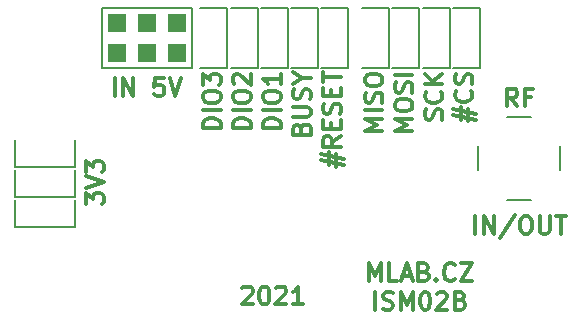
<source format=gbr>
G04 #@! TF.GenerationSoftware,KiCad,Pcbnew,(5.99.0-9154-g0d2ee266a1)*
G04 #@! TF.CreationDate,2021-03-25T14:29:23+01:00*
G04 #@! TF.ProjectId,ISM02B,49534d30-3242-42e6-9b69-6361645f7063,REV*
G04 #@! TF.SameCoordinates,Original*
G04 #@! TF.FileFunction,Legend,Top*
G04 #@! TF.FilePolarity,Positive*
%FSLAX46Y46*%
G04 Gerber Fmt 4.6, Leading zero omitted, Abs format (unit mm)*
G04 Created by KiCad (PCBNEW (5.99.0-9154-g0d2ee266a1)) date 2021-03-25 14:29:23*
%MOMM*%
%LPD*%
G01*
G04 APERTURE LIST*
%ADD10C,0.300000*%
%ADD11C,0.150000*%
%ADD12R,1.524000X1.524000*%
G04 APERTURE END LIST*
D10*
X145113714Y-109009571D02*
X145113714Y-107509571D01*
X145828000Y-109009571D02*
X145828000Y-107509571D01*
X146685142Y-109009571D01*
X146685142Y-107509571D01*
X149256571Y-107509571D02*
X148542285Y-107509571D01*
X148470857Y-108223857D01*
X148542285Y-108152428D01*
X148685142Y-108081000D01*
X149042285Y-108081000D01*
X149185142Y-108152428D01*
X149256571Y-108223857D01*
X149328000Y-108366714D01*
X149328000Y-108723857D01*
X149256571Y-108866714D01*
X149185142Y-108938142D01*
X149042285Y-109009571D01*
X148685142Y-109009571D01*
X148542285Y-108938142D01*
X148470857Y-108866714D01*
X149756571Y-107509571D02*
X150256571Y-109009571D01*
X150756571Y-107509571D01*
X166620571Y-124693071D02*
X166620571Y-123193071D01*
X167120571Y-124264500D01*
X167620571Y-123193071D01*
X167620571Y-124693071D01*
X169049142Y-124693071D02*
X168334857Y-124693071D01*
X168334857Y-123193071D01*
X169477714Y-124264500D02*
X170192000Y-124264500D01*
X169334857Y-124693071D02*
X169834857Y-123193071D01*
X170334857Y-124693071D01*
X171334857Y-123907357D02*
X171549142Y-123978785D01*
X171620571Y-124050214D01*
X171692000Y-124193071D01*
X171692000Y-124407357D01*
X171620571Y-124550214D01*
X171549142Y-124621642D01*
X171406285Y-124693071D01*
X170834857Y-124693071D01*
X170834857Y-123193071D01*
X171334857Y-123193071D01*
X171477714Y-123264500D01*
X171549142Y-123335928D01*
X171620571Y-123478785D01*
X171620571Y-123621642D01*
X171549142Y-123764500D01*
X171477714Y-123835928D01*
X171334857Y-123907357D01*
X170834857Y-123907357D01*
X172334857Y-124550214D02*
X172406285Y-124621642D01*
X172334857Y-124693071D01*
X172263428Y-124621642D01*
X172334857Y-124550214D01*
X172334857Y-124693071D01*
X173906285Y-124550214D02*
X173834857Y-124621642D01*
X173620571Y-124693071D01*
X173477714Y-124693071D01*
X173263428Y-124621642D01*
X173120571Y-124478785D01*
X173049142Y-124335928D01*
X172977714Y-124050214D01*
X172977714Y-123835928D01*
X173049142Y-123550214D01*
X173120571Y-123407357D01*
X173263428Y-123264500D01*
X173477714Y-123193071D01*
X173620571Y-123193071D01*
X173834857Y-123264500D01*
X173906285Y-123335928D01*
X174406285Y-123193071D02*
X175406285Y-123193071D01*
X174406285Y-124693071D01*
X175406285Y-124693071D01*
X167192000Y-127108071D02*
X167192000Y-125608071D01*
X167834857Y-127036642D02*
X168049142Y-127108071D01*
X168406285Y-127108071D01*
X168549142Y-127036642D01*
X168620571Y-126965214D01*
X168692000Y-126822357D01*
X168692000Y-126679500D01*
X168620571Y-126536642D01*
X168549142Y-126465214D01*
X168406285Y-126393785D01*
X168120571Y-126322357D01*
X167977714Y-126250928D01*
X167906285Y-126179500D01*
X167834857Y-126036642D01*
X167834857Y-125893785D01*
X167906285Y-125750928D01*
X167977714Y-125679500D01*
X168120571Y-125608071D01*
X168477714Y-125608071D01*
X168692000Y-125679500D01*
X169334857Y-127108071D02*
X169334857Y-125608071D01*
X169834857Y-126679500D01*
X170334857Y-125608071D01*
X170334857Y-127108071D01*
X171334857Y-125608071D02*
X171477714Y-125608071D01*
X171620571Y-125679500D01*
X171692000Y-125750928D01*
X171763428Y-125893785D01*
X171834857Y-126179500D01*
X171834857Y-126536642D01*
X171763428Y-126822357D01*
X171692000Y-126965214D01*
X171620571Y-127036642D01*
X171477714Y-127108071D01*
X171334857Y-127108071D01*
X171192000Y-127036642D01*
X171120571Y-126965214D01*
X171049142Y-126822357D01*
X170977714Y-126536642D01*
X170977714Y-126179500D01*
X171049142Y-125893785D01*
X171120571Y-125750928D01*
X171192000Y-125679500D01*
X171334857Y-125608071D01*
X172406285Y-125750928D02*
X172477714Y-125679500D01*
X172620571Y-125608071D01*
X172977714Y-125608071D01*
X173120571Y-125679500D01*
X173192000Y-125750928D01*
X173263428Y-125893785D01*
X173263428Y-126036642D01*
X173192000Y-126250928D01*
X172334857Y-127108071D01*
X173263428Y-127108071D01*
X174406285Y-126322357D02*
X174620571Y-126393785D01*
X174692000Y-126465214D01*
X174763428Y-126608071D01*
X174763428Y-126822357D01*
X174692000Y-126965214D01*
X174620571Y-127036642D01*
X174477714Y-127108071D01*
X173906285Y-127108071D01*
X173906285Y-125608071D01*
X174406285Y-125608071D01*
X174549142Y-125679500D01*
X174620571Y-125750928D01*
X174692000Y-125893785D01*
X174692000Y-126036642D01*
X174620571Y-126179500D01*
X174549142Y-126250928D01*
X174406285Y-126322357D01*
X173906285Y-126322357D01*
X175660514Y-120693571D02*
X175660514Y-119193571D01*
X176374800Y-120693571D02*
X176374800Y-119193571D01*
X177231942Y-120693571D01*
X177231942Y-119193571D01*
X179017657Y-119122142D02*
X177731942Y-121050714D01*
X179803371Y-119193571D02*
X180089085Y-119193571D01*
X180231942Y-119265000D01*
X180374800Y-119407857D01*
X180446228Y-119693571D01*
X180446228Y-120193571D01*
X180374800Y-120479285D01*
X180231942Y-120622142D01*
X180089085Y-120693571D01*
X179803371Y-120693571D01*
X179660514Y-120622142D01*
X179517657Y-120479285D01*
X179446228Y-120193571D01*
X179446228Y-119693571D01*
X179517657Y-119407857D01*
X179660514Y-119265000D01*
X179803371Y-119193571D01*
X181089085Y-119193571D02*
X181089085Y-120407857D01*
X181160514Y-120550714D01*
X181231942Y-120622142D01*
X181374800Y-120693571D01*
X181660514Y-120693571D01*
X181803371Y-120622142D01*
X181874800Y-120550714D01*
X181946228Y-120407857D01*
X181946228Y-119193571D01*
X182446228Y-119193571D02*
X183303371Y-119193571D01*
X182874800Y-120693571D02*
X182874800Y-119193571D01*
X155928714Y-125305428D02*
X156000142Y-125234000D01*
X156143000Y-125162571D01*
X156500142Y-125162571D01*
X156643000Y-125234000D01*
X156714428Y-125305428D01*
X156785857Y-125448285D01*
X156785857Y-125591142D01*
X156714428Y-125805428D01*
X155857285Y-126662571D01*
X156785857Y-126662571D01*
X157714428Y-125162571D02*
X157857285Y-125162571D01*
X158000142Y-125234000D01*
X158071571Y-125305428D01*
X158143000Y-125448285D01*
X158214428Y-125734000D01*
X158214428Y-126091142D01*
X158143000Y-126376857D01*
X158071571Y-126519714D01*
X158000142Y-126591142D01*
X157857285Y-126662571D01*
X157714428Y-126662571D01*
X157571571Y-126591142D01*
X157500142Y-126519714D01*
X157428714Y-126376857D01*
X157357285Y-126091142D01*
X157357285Y-125734000D01*
X157428714Y-125448285D01*
X157500142Y-125305428D01*
X157571571Y-125234000D01*
X157714428Y-125162571D01*
X158785857Y-125305428D02*
X158857285Y-125234000D01*
X159000142Y-125162571D01*
X159357285Y-125162571D01*
X159500142Y-125234000D01*
X159571571Y-125305428D01*
X159643000Y-125448285D01*
X159643000Y-125591142D01*
X159571571Y-125805428D01*
X158714428Y-126662571D01*
X159643000Y-126662571D01*
X161071571Y-126662571D02*
X160214428Y-126662571D01*
X160643000Y-126662571D02*
X160643000Y-125162571D01*
X160500142Y-125376857D01*
X160357285Y-125519714D01*
X160214428Y-125591142D01*
X156614571Y-111732142D02*
X155114571Y-111732142D01*
X155114571Y-111375000D01*
X155186000Y-111160714D01*
X155328857Y-111017857D01*
X155471714Y-110946428D01*
X155757428Y-110875000D01*
X155971714Y-110875000D01*
X156257428Y-110946428D01*
X156400285Y-111017857D01*
X156543142Y-111160714D01*
X156614571Y-111375000D01*
X156614571Y-111732142D01*
X156614571Y-110232142D02*
X155114571Y-110232142D01*
X155114571Y-109232142D02*
X155114571Y-108946428D01*
X155186000Y-108803571D01*
X155328857Y-108660714D01*
X155614571Y-108589285D01*
X156114571Y-108589285D01*
X156400285Y-108660714D01*
X156543142Y-108803571D01*
X156614571Y-108946428D01*
X156614571Y-109232142D01*
X156543142Y-109375000D01*
X156400285Y-109517857D01*
X156114571Y-109589285D01*
X155614571Y-109589285D01*
X155328857Y-109517857D01*
X155186000Y-109375000D01*
X155114571Y-109232142D01*
X155257428Y-108017857D02*
X155186000Y-107946428D01*
X155114571Y-107803571D01*
X155114571Y-107446428D01*
X155186000Y-107303571D01*
X155257428Y-107232142D01*
X155400285Y-107160714D01*
X155543142Y-107160714D01*
X155757428Y-107232142D01*
X156614571Y-108089285D01*
X156614571Y-107160714D01*
X160908857Y-111803571D02*
X160980285Y-111589285D01*
X161051714Y-111517857D01*
X161194571Y-111446428D01*
X161408857Y-111446428D01*
X161551714Y-111517857D01*
X161623142Y-111589285D01*
X161694571Y-111732142D01*
X161694571Y-112303571D01*
X160194571Y-112303571D01*
X160194571Y-111803571D01*
X160266000Y-111660714D01*
X160337428Y-111589285D01*
X160480285Y-111517857D01*
X160623142Y-111517857D01*
X160766000Y-111589285D01*
X160837428Y-111660714D01*
X160908857Y-111803571D01*
X160908857Y-112303571D01*
X160194571Y-110803571D02*
X161408857Y-110803571D01*
X161551714Y-110732142D01*
X161623142Y-110660714D01*
X161694571Y-110517857D01*
X161694571Y-110232142D01*
X161623142Y-110089285D01*
X161551714Y-110017857D01*
X161408857Y-109946428D01*
X160194571Y-109946428D01*
X161623142Y-109303571D02*
X161694571Y-109089285D01*
X161694571Y-108732142D01*
X161623142Y-108589285D01*
X161551714Y-108517857D01*
X161408857Y-108446428D01*
X161266000Y-108446428D01*
X161123142Y-108517857D01*
X161051714Y-108589285D01*
X160980285Y-108732142D01*
X160908857Y-109017857D01*
X160837428Y-109160714D01*
X160766000Y-109232142D01*
X160623142Y-109303571D01*
X160480285Y-109303571D01*
X160337428Y-109232142D01*
X160266000Y-109160714D01*
X160194571Y-109017857D01*
X160194571Y-108660714D01*
X160266000Y-108446428D01*
X160980285Y-107517857D02*
X161694571Y-107517857D01*
X160194571Y-108017857D02*
X160980285Y-107517857D01*
X160194571Y-107017857D01*
X167780571Y-111946428D02*
X166280571Y-111946428D01*
X167352000Y-111446428D01*
X166280571Y-110946428D01*
X167780571Y-110946428D01*
X167780571Y-110232142D02*
X166280571Y-110232142D01*
X167709142Y-109589285D02*
X167780571Y-109375000D01*
X167780571Y-109017857D01*
X167709142Y-108875000D01*
X167637714Y-108803571D01*
X167494857Y-108732142D01*
X167352000Y-108732142D01*
X167209142Y-108803571D01*
X167137714Y-108875000D01*
X167066285Y-109017857D01*
X166994857Y-109303571D01*
X166923428Y-109446428D01*
X166852000Y-109517857D01*
X166709142Y-109589285D01*
X166566285Y-109589285D01*
X166423428Y-109517857D01*
X166352000Y-109446428D01*
X166280571Y-109303571D01*
X166280571Y-108946428D01*
X166352000Y-108732142D01*
X166280571Y-107803571D02*
X166280571Y-107517857D01*
X166352000Y-107375000D01*
X166494857Y-107232142D01*
X166780571Y-107160714D01*
X167280571Y-107160714D01*
X167566285Y-107232142D01*
X167709142Y-107375000D01*
X167780571Y-107517857D01*
X167780571Y-107803571D01*
X167709142Y-107946428D01*
X167566285Y-108089285D01*
X167280571Y-108160714D01*
X166780571Y-108160714D01*
X166494857Y-108089285D01*
X166352000Y-107946428D01*
X166280571Y-107803571D01*
X154074571Y-111732142D02*
X152574571Y-111732142D01*
X152574571Y-111375000D01*
X152646000Y-111160714D01*
X152788857Y-111017857D01*
X152931714Y-110946428D01*
X153217428Y-110875000D01*
X153431714Y-110875000D01*
X153717428Y-110946428D01*
X153860285Y-111017857D01*
X154003142Y-111160714D01*
X154074571Y-111375000D01*
X154074571Y-111732142D01*
X154074571Y-110232142D02*
X152574571Y-110232142D01*
X152574571Y-109232142D02*
X152574571Y-108946428D01*
X152646000Y-108803571D01*
X152788857Y-108660714D01*
X153074571Y-108589285D01*
X153574571Y-108589285D01*
X153860285Y-108660714D01*
X154003142Y-108803571D01*
X154074571Y-108946428D01*
X154074571Y-109232142D01*
X154003142Y-109375000D01*
X153860285Y-109517857D01*
X153574571Y-109589285D01*
X153074571Y-109589285D01*
X152788857Y-109517857D01*
X152646000Y-109375000D01*
X152574571Y-109232142D01*
X152574571Y-108089285D02*
X152574571Y-107160714D01*
X153146000Y-107660714D01*
X153146000Y-107446428D01*
X153217428Y-107303571D01*
X153288857Y-107232142D01*
X153431714Y-107160714D01*
X153788857Y-107160714D01*
X153931714Y-107232142D01*
X154003142Y-107303571D01*
X154074571Y-107446428D01*
X154074571Y-107875000D01*
X154003142Y-108017857D01*
X153931714Y-108089285D01*
X142688571Y-118189142D02*
X142688571Y-117260571D01*
X143260000Y-117760571D01*
X143260000Y-117546285D01*
X143331428Y-117403428D01*
X143402857Y-117332000D01*
X143545714Y-117260571D01*
X143902857Y-117260571D01*
X144045714Y-117332000D01*
X144117142Y-117403428D01*
X144188571Y-117546285D01*
X144188571Y-117974857D01*
X144117142Y-118117714D01*
X144045714Y-118189142D01*
X142688571Y-116832000D02*
X144188571Y-116332000D01*
X142688571Y-115832000D01*
X142688571Y-115474857D02*
X142688571Y-114546285D01*
X143260000Y-115046285D01*
X143260000Y-114832000D01*
X143331428Y-114689142D01*
X143402857Y-114617714D01*
X143545714Y-114546285D01*
X143902857Y-114546285D01*
X144045714Y-114617714D01*
X144117142Y-114689142D01*
X144188571Y-114832000D01*
X144188571Y-115260571D01*
X144117142Y-115403428D01*
X144045714Y-115474857D01*
X159154571Y-111732142D02*
X157654571Y-111732142D01*
X157654571Y-111375000D01*
X157726000Y-111160714D01*
X157868857Y-111017857D01*
X158011714Y-110946428D01*
X158297428Y-110875000D01*
X158511714Y-110875000D01*
X158797428Y-110946428D01*
X158940285Y-111017857D01*
X159083142Y-111160714D01*
X159154571Y-111375000D01*
X159154571Y-111732142D01*
X159154571Y-110232142D02*
X157654571Y-110232142D01*
X157654571Y-109232142D02*
X157654571Y-108946428D01*
X157726000Y-108803571D01*
X157868857Y-108660714D01*
X158154571Y-108589285D01*
X158654571Y-108589285D01*
X158940285Y-108660714D01*
X159083142Y-108803571D01*
X159154571Y-108946428D01*
X159154571Y-109232142D01*
X159083142Y-109375000D01*
X158940285Y-109517857D01*
X158654571Y-109589285D01*
X158154571Y-109589285D01*
X157868857Y-109517857D01*
X157726000Y-109375000D01*
X157654571Y-109232142D01*
X159154571Y-107160714D02*
X159154571Y-108017857D01*
X159154571Y-107589285D02*
X157654571Y-107589285D01*
X157868857Y-107732142D01*
X158011714Y-107875000D01*
X158083142Y-108017857D01*
X163234571Y-114874999D02*
X163234571Y-113803571D01*
X162591714Y-114446428D02*
X164520285Y-114874999D01*
X163877428Y-113946428D02*
X163877428Y-115017857D01*
X164520285Y-114374999D02*
X162591714Y-113946428D01*
X164234571Y-112446428D02*
X163520285Y-112946428D01*
X164234571Y-113303571D02*
X162734571Y-113303571D01*
X162734571Y-112732142D01*
X162806000Y-112589285D01*
X162877428Y-112517857D01*
X163020285Y-112446428D01*
X163234571Y-112446428D01*
X163377428Y-112517857D01*
X163448857Y-112589285D01*
X163520285Y-112732142D01*
X163520285Y-113303571D01*
X163448857Y-111803571D02*
X163448857Y-111303571D01*
X164234571Y-111089285D02*
X164234571Y-111803571D01*
X162734571Y-111803571D01*
X162734571Y-111089285D01*
X164163142Y-110517857D02*
X164234571Y-110303571D01*
X164234571Y-109946428D01*
X164163142Y-109803571D01*
X164091714Y-109732142D01*
X163948857Y-109660714D01*
X163806000Y-109660714D01*
X163663142Y-109732142D01*
X163591714Y-109803571D01*
X163520285Y-109946428D01*
X163448857Y-110232142D01*
X163377428Y-110374999D01*
X163306000Y-110446428D01*
X163163142Y-110517857D01*
X163020285Y-110517857D01*
X162877428Y-110446428D01*
X162806000Y-110374999D01*
X162734571Y-110232142D01*
X162734571Y-109874999D01*
X162806000Y-109660714D01*
X163448857Y-109017857D02*
X163448857Y-108517857D01*
X164234571Y-108303571D02*
X164234571Y-109017857D01*
X162734571Y-109017857D01*
X162734571Y-108303571D01*
X162734571Y-107874999D02*
X162734571Y-107017857D01*
X164234571Y-107446428D02*
X162734571Y-107446428D01*
X179196228Y-109898571D02*
X178696228Y-109184285D01*
X178339085Y-109898571D02*
X178339085Y-108398571D01*
X178910514Y-108398571D01*
X179053371Y-108470000D01*
X179124800Y-108541428D01*
X179196228Y-108684285D01*
X179196228Y-108898571D01*
X179124800Y-109041428D01*
X179053371Y-109112857D01*
X178910514Y-109184285D01*
X178339085Y-109184285D01*
X180339085Y-109112857D02*
X179839085Y-109112857D01*
X179839085Y-109898571D02*
X179839085Y-108398571D01*
X180553371Y-108398571D01*
X170320571Y-111946428D02*
X168820571Y-111946428D01*
X169892000Y-111446428D01*
X168820571Y-110946428D01*
X170320571Y-110946428D01*
X168820571Y-109946428D02*
X168820571Y-109660714D01*
X168892000Y-109517857D01*
X169034857Y-109375000D01*
X169320571Y-109303571D01*
X169820571Y-109303571D01*
X170106285Y-109375000D01*
X170249142Y-109517857D01*
X170320571Y-109660714D01*
X170320571Y-109946428D01*
X170249142Y-110089285D01*
X170106285Y-110232142D01*
X169820571Y-110303571D01*
X169320571Y-110303571D01*
X169034857Y-110232142D01*
X168892000Y-110089285D01*
X168820571Y-109946428D01*
X170249142Y-108732142D02*
X170320571Y-108517857D01*
X170320571Y-108160714D01*
X170249142Y-108017857D01*
X170177714Y-107946428D01*
X170034857Y-107875000D01*
X169892000Y-107875000D01*
X169749142Y-107946428D01*
X169677714Y-108017857D01*
X169606285Y-108160714D01*
X169534857Y-108446428D01*
X169463428Y-108589285D01*
X169392000Y-108660714D01*
X169249142Y-108732142D01*
X169106285Y-108732142D01*
X168963428Y-108660714D01*
X168892000Y-108589285D01*
X168820571Y-108446428D01*
X168820571Y-108089285D01*
X168892000Y-107875000D01*
X170320571Y-107232142D02*
X168820571Y-107232142D01*
X174400571Y-111017857D02*
X174400571Y-109946428D01*
X173757714Y-110589285D02*
X175686285Y-111017857D01*
X175043428Y-110089285D02*
X175043428Y-111160714D01*
X175686285Y-110517857D02*
X173757714Y-110089285D01*
X175257714Y-108589285D02*
X175329142Y-108660714D01*
X175400571Y-108875000D01*
X175400571Y-109017857D01*
X175329142Y-109232142D01*
X175186285Y-109375000D01*
X175043428Y-109446428D01*
X174757714Y-109517857D01*
X174543428Y-109517857D01*
X174257714Y-109446428D01*
X174114857Y-109375000D01*
X173972000Y-109232142D01*
X173900571Y-109017857D01*
X173900571Y-108875000D01*
X173972000Y-108660714D01*
X174043428Y-108589285D01*
X175329142Y-108017857D02*
X175400571Y-107803571D01*
X175400571Y-107446428D01*
X175329142Y-107303571D01*
X175257714Y-107232142D01*
X175114857Y-107160714D01*
X174972000Y-107160714D01*
X174829142Y-107232142D01*
X174757714Y-107303571D01*
X174686285Y-107446428D01*
X174614857Y-107732142D01*
X174543428Y-107875000D01*
X174472000Y-107946428D01*
X174329142Y-108017857D01*
X174186285Y-108017857D01*
X174043428Y-107946428D01*
X173972000Y-107875000D01*
X173900571Y-107732142D01*
X173900571Y-107375000D01*
X173972000Y-107160714D01*
X172789142Y-111017857D02*
X172860571Y-110803571D01*
X172860571Y-110446428D01*
X172789142Y-110303571D01*
X172717714Y-110232142D01*
X172574857Y-110160714D01*
X172432000Y-110160714D01*
X172289142Y-110232142D01*
X172217714Y-110303571D01*
X172146285Y-110446428D01*
X172074857Y-110732142D01*
X172003428Y-110875000D01*
X171932000Y-110946428D01*
X171789142Y-111017857D01*
X171646285Y-111017857D01*
X171503428Y-110946428D01*
X171432000Y-110875000D01*
X171360571Y-110732142D01*
X171360571Y-110375000D01*
X171432000Y-110160714D01*
X172717714Y-108660714D02*
X172789142Y-108732142D01*
X172860571Y-108946428D01*
X172860571Y-109089285D01*
X172789142Y-109303571D01*
X172646285Y-109446428D01*
X172503428Y-109517857D01*
X172217714Y-109589285D01*
X172003428Y-109589285D01*
X171717714Y-109517857D01*
X171574857Y-109446428D01*
X171432000Y-109303571D01*
X171360571Y-109089285D01*
X171360571Y-108946428D01*
X171432000Y-108732142D01*
X171503428Y-108660714D01*
X172860571Y-108017857D02*
X171360571Y-108017857D01*
X172860571Y-107160714D02*
X172003428Y-107803571D01*
X171360571Y-107160714D02*
X172217714Y-108017857D01*
D11*
G04 #@! TO.C,J2*
X141732000Y-117856000D02*
X141732000Y-120142000D01*
X141732000Y-120142000D02*
X136652000Y-120142000D01*
X136652000Y-120142000D02*
X136652000Y-117856000D01*
G04 #@! TO.C,J5*
X168372000Y-101600000D02*
X168372000Y-106680000D01*
X168372000Y-106680000D02*
X166086000Y-106680000D01*
X166086000Y-101600000D02*
X168372000Y-101600000D01*
G04 #@! TO.C,J4*
X171186000Y-101600000D02*
X173472000Y-101600000D01*
X173472000Y-106680000D02*
X171186000Y-106680000D01*
X173472000Y-101600000D02*
X173472000Y-106680000D01*
G04 #@! TO.C,J3*
X164866000Y-101600000D02*
X164866000Y-106680000D01*
X164866000Y-106680000D02*
X162580000Y-106680000D01*
X162580000Y-101600000D02*
X164866000Y-101600000D01*
G04 #@! TO.C,J12*
X182849400Y-115316000D02*
X182849400Y-113284000D01*
X178358800Y-117800000D02*
X180390800Y-117800000D01*
X180390800Y-110800000D02*
X178358800Y-110800000D01*
X175874800Y-113284000D02*
X175874800Y-115316000D01*
G04 #@! TO.C,J10*
X154666000Y-101600000D02*
X154666000Y-106680000D01*
X154666000Y-106680000D02*
X152380000Y-106680000D01*
X152380000Y-101600000D02*
X154666000Y-101600000D01*
G04 #@! TO.C,J7*
X173736000Y-101600000D02*
X176022000Y-101600000D01*
X176022000Y-101600000D02*
X176022000Y-106680000D01*
X176022000Y-106680000D02*
X173736000Y-106680000D01*
G04 #@! TO.C,J9*
X157216000Y-106680000D02*
X154930000Y-106680000D01*
X154930000Y-101600000D02*
X157216000Y-101600000D01*
X157216000Y-101600000D02*
X157216000Y-106680000D01*
G04 #@! TO.C,J8*
X157480000Y-101600000D02*
X159766000Y-101600000D01*
X159766000Y-101600000D02*
X159766000Y-106680000D01*
X159766000Y-106680000D02*
X157480000Y-106680000D01*
G04 #@! TO.C,J11*
X162316000Y-101600000D02*
X162316000Y-106680000D01*
X160030000Y-101600000D02*
X162316000Y-101600000D01*
X162316000Y-106680000D02*
X160030000Y-106680000D01*
G04 #@! TO.C,J6*
X168636000Y-101600000D02*
X170922000Y-101600000D01*
X170922000Y-106680000D02*
X168636000Y-106680000D01*
X170922000Y-101600000D02*
X170922000Y-106680000D01*
G04 #@! TO.C,J1*
X151638000Y-106680000D02*
X144018000Y-106680000D01*
X144018000Y-106680000D02*
X144018000Y-101600000D01*
X144018000Y-101600000D02*
X151638000Y-101600000D01*
X151638000Y-101600000D02*
X151638000Y-106680000D01*
G04 #@! TO.C,J15*
X141732000Y-112776000D02*
X141732000Y-115062000D01*
X136652000Y-115062000D02*
X136652000Y-112776000D01*
X141732000Y-115062000D02*
X136652000Y-115062000D01*
G04 #@! TO.C,J13*
X141732000Y-117602000D02*
X136652000Y-117602000D01*
X141732000Y-115316000D02*
X141732000Y-117602000D01*
X136652000Y-117602000D02*
X136652000Y-115316000D01*
G04 #@! TD*
D12*
G04 #@! TO.C,J1*
X145288000Y-105410000D03*
X145288000Y-102870000D03*
X147828000Y-105410000D03*
X147828000Y-102870000D03*
X150368000Y-105410000D03*
X150368000Y-102870000D03*
G04 #@! TD*
M02*

</source>
